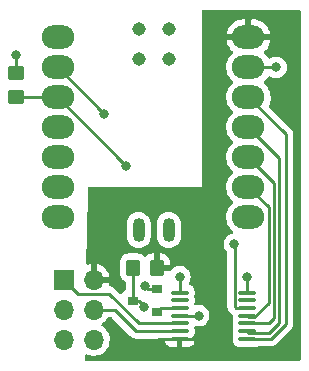
<source format=gbr>
%TF.GenerationSoftware,KiCad,Pcbnew,6.0.11-2627ca5db0~126~ubuntu22.04.1*%
%TF.CreationDate,2023-02-08T16:30:42-05:00*%
%TF.ProjectId,xiao-isp-programmer,7869616f-2d69-4737-902d-70726f677261,2.1*%
%TF.SameCoordinates,Original*%
%TF.FileFunction,Copper,L1,Top*%
%TF.FilePolarity,Positive*%
%FSLAX46Y46*%
G04 Gerber Fmt 4.6, Leading zero omitted, Abs format (unit mm)*
G04 Created by KiCad (PCBNEW 6.0.11-2627ca5db0~126~ubuntu22.04.1) date 2023-02-08 16:30:42*
%MOMM*%
%LPD*%
G01*
G04 APERTURE LIST*
G04 Aperture macros list*
%AMRoundRect*
0 Rectangle with rounded corners*
0 $1 Rounding radius*
0 $2 $3 $4 $5 $6 $7 $8 $9 X,Y pos of 4 corners*
0 Add a 4 corners polygon primitive as box body*
4,1,4,$2,$3,$4,$5,$6,$7,$8,$9,$2,$3,0*
0 Add four circle primitives for the rounded corners*
1,1,$1+$1,$2,$3*
1,1,$1+$1,$4,$5*
1,1,$1+$1,$6,$7*
1,1,$1+$1,$8,$9*
0 Add four rect primitives between the rounded corners*
20,1,$1+$1,$2,$3,$4,$5,0*
20,1,$1+$1,$4,$5,$6,$7,0*
20,1,$1+$1,$6,$7,$8,$9,0*
20,1,$1+$1,$8,$9,$2,$3,0*%
G04 Aperture macros list end*
%TA.AperFunction,SMDPad,CuDef*%
%ADD10O,2.748280X1.998980*%
%TD*%
%TA.AperFunction,SMDPad,CuDef*%
%ADD11O,1.016000X2.032000*%
%TD*%
%TA.AperFunction,SMDPad,CuDef*%
%ADD12C,1.143000*%
%TD*%
%TA.AperFunction,ComponentPad*%
%ADD13R,1.700000X1.700000*%
%TD*%
%TA.AperFunction,ComponentPad*%
%ADD14O,1.700000X1.700000*%
%TD*%
%TA.AperFunction,SMDPad,CuDef*%
%ADD15R,0.900000X0.800000*%
%TD*%
%TA.AperFunction,SMDPad,CuDef*%
%ADD16RoundRect,0.249999X0.350001X0.450001X-0.350001X0.450001X-0.350001X-0.450001X0.350001X-0.450001X0*%
%TD*%
%TA.AperFunction,SMDPad,CuDef*%
%ADD17RoundRect,0.100000X0.637500X0.100000X-0.637500X0.100000X-0.637500X-0.100000X0.637500X-0.100000X0*%
%TD*%
%TA.AperFunction,SMDPad,CuDef*%
%ADD18RoundRect,0.249999X0.450001X-0.350001X0.450001X0.350001X-0.450001X0.350001X-0.450001X-0.350001X0*%
%TD*%
%TA.AperFunction,ViaPad*%
%ADD19C,0.800000*%
%TD*%
%TA.AperFunction,Conductor*%
%ADD20C,0.250000*%
%TD*%
G04 APERTURE END LIST*
D10*
%TO.P,U1,14,5V*%
%TO.N,+5V*%
X65180681Y-147878801D03*
%TO.P,U1,13,GND*%
%TO.N,GND*%
X65180681Y-150418801D03*
%TO.P,U1,12,3V3*%
%TO.N,+3V3*%
X65180681Y-152958801D03*
%TO.P,U1,11,PA6_A10_D10_MOSI*%
%TO.N,Net-(U2-Pad2)*%
X65180681Y-155498801D03*
%TO.P,U1,10,PA5_A9_D9_MISO*%
%TO.N,Net-(U2-Pad3)*%
X65180681Y-158038801D03*
%TO.P,U1,9,PA7_A8_D8_SCK*%
%TO.N,Net-(U2-Pad4)*%
X65180681Y-160578801D03*
%TO.P,U1,8,PB09_A7_D7_RX*%
%TO.N,unconnected-(U1-Pad8)*%
X65180681Y-163118801D03*
%TO.P,U1,7,PB08_A6_D6_TX*%
%TO.N,unconnected-(U1-Pad7)*%
X49016121Y-163118801D03*
%TO.P,U1,6,PA9_A5_D5_SCL*%
%TO.N,unconnected-(U1-Pad6)*%
X49016121Y-160578801D03*
%TO.P,U1,5,PA8_A4_D4_SDA*%
%TO.N,unconnected-(U1-Pad5)*%
X49016121Y-158038801D03*
%TO.P,U1,4,PA11_A3_D3*%
%TO.N,unconnected-(U1-Pad4)*%
X49016121Y-155498801D03*
%TO.P,U1,3,PA10_A2_D2*%
%TO.N,OE*%
X49016121Y-152958801D03*
%TO.P,U1,2,PA4_A1_D1*%
%TO.N,RESET*%
X49016121Y-150418801D03*
%TO.P,U1,1,PA02_A0_D0*%
%TO.N,unconnected-(U1-Pad1)*%
X49016121Y-147878801D03*
D11*
%TO.P,U1,15,5V*%
%TO.N,unconnected-(U1-Pad15)*%
X55883001Y-164196621D03*
%TO.P,U1,16,GND*%
%TO.N,unconnected-(U1-Pad16)*%
X58433001Y-164196621D03*
D12*
%TO.P,U1,17,PA31_SWDIO*%
%TO.N,unconnected-(U1-Pad17)*%
X55881804Y-147192434D03*
%TO.P,U1,18,PA30_SWCLK*%
%TO.N,unconnected-(U1-Pad18)*%
X58421804Y-147192434D03*
%TO.P,U1,19,RESET*%
%TO.N,unconnected-(U1-Pad19)*%
X55881804Y-149732434D03*
%TO.P,U1,20,GND*%
%TO.N,unconnected-(U1-Pad20)*%
X58421804Y-149732434D03*
%TD*%
D13*
%TO.P,J1,1,Pin_1*%
%TO.N,MISO*%
X49530000Y-168402000D03*
D14*
%TO.P,J1,2,Pin_2*%
%TO.N,+5V*%
X52070000Y-168402000D03*
%TO.P,J1,3,Pin_3*%
%TO.N,SCK*%
X49530000Y-170942000D03*
%TO.P,J1,4,Pin_4*%
%TO.N,MOSI*%
X52070000Y-170942000D03*
%TO.P,J1,5,Pin_5*%
%TO.N,~{RESET}*%
X49530000Y-173482000D03*
%TO.P,J1,6,Pin_6*%
%TO.N,GND*%
X52070000Y-173482000D03*
%TD*%
D15*
%TO.P,Q1,1,B*%
%TO.N,Net-(Q1-Pad1)*%
X57404000Y-171130000D03*
%TO.P,Q1,2,E*%
%TO.N,GND*%
X57404000Y-169230000D03*
%TO.P,Q1,3,C*%
%TO.N,~{RESET}*%
X55404000Y-170180000D03*
%TD*%
D16*
%TO.P,R2,1*%
%TO.N,+5V*%
X57404000Y-167386000D03*
%TO.P,R2,2*%
%TO.N,~{RESET}*%
X55404000Y-167386000D03*
%TD*%
D17*
%TO.P,U2,1,VCCA*%
%TO.N,+3V3*%
X65092500Y-173400000D03*
%TO.P,U2,2,A1*%
%TO.N,Net-(U2-Pad2)*%
X65092500Y-172750000D03*
%TO.P,U2,3,A2*%
%TO.N,Net-(U2-Pad3)*%
X65092500Y-172100000D03*
%TO.P,U2,4,A3*%
%TO.N,Net-(U2-Pad4)*%
X65092500Y-171450000D03*
%TO.P,U2,5,A4*%
%TO.N,RESET*%
X65092500Y-170800000D03*
%TO.P,U2,6,NC*%
%TO.N,unconnected-(U2-Pad6)*%
X65092500Y-170150000D03*
%TO.P,U2,7,GND*%
%TO.N,GND*%
X65092500Y-169500000D03*
%TO.P,U2,8,OE*%
%TO.N,OE*%
X59367500Y-169500000D03*
%TO.P,U2,9,NC*%
%TO.N,unconnected-(U2-Pad9)*%
X59367500Y-170150000D03*
%TO.P,U2,10,B4*%
%TO.N,Net-(Q1-Pad1)*%
X59367500Y-170800000D03*
%TO.P,U2,11,B3*%
%TO.N,SCK*%
X59367500Y-171450000D03*
%TO.P,U2,12,B2*%
%TO.N,MISO*%
X59367500Y-172100000D03*
%TO.P,U2,13,B1*%
%TO.N,MOSI*%
X59367500Y-172750000D03*
%TO.P,U2,14,VCCB*%
%TO.N,+5V*%
X59367500Y-173400000D03*
%TD*%
D18*
%TO.P,R1,1*%
%TO.N,OE*%
X45466000Y-152908000D03*
%TO.P,R1,2*%
%TO.N,GND*%
X45466000Y-150908000D03*
%TD*%
D19*
%TO.N,GND*%
X65092500Y-168216500D03*
X45466000Y-149352000D03*
X67513199Y-150418801D03*
X56388000Y-168910000D03*
%TO.N,SCK*%
X60960000Y-171450000D03*
%TO.N,~{RESET}*%
X56355643Y-170685599D03*
%TO.N,OE*%
X54835660Y-158778340D03*
X59367500Y-168148000D03*
%TO.N,RESET*%
X52930660Y-154333340D03*
X63979660Y-165382340D03*
%TD*%
D20*
%TO.N,GND*%
X65092500Y-169500000D02*
X65092500Y-168216500D01*
X45466000Y-150908000D02*
X45466000Y-149352000D01*
X65180681Y-150418801D02*
X67513199Y-150418801D01*
X57404000Y-169230000D02*
X56708000Y-169230000D01*
X56708000Y-169230000D02*
X56388000Y-168910000D01*
%TO.N,MISO*%
X50705001Y-169577001D02*
X49530000Y-168402000D01*
X53365999Y-169577001D02*
X50705001Y-169577001D01*
X55888998Y-172100000D02*
X53365999Y-169577001D01*
X59367500Y-172100000D02*
X55888998Y-172100000D01*
%TO.N,+5V*%
X59367500Y-173400000D02*
X57486000Y-173400000D01*
X59367500Y-173400000D02*
X61386000Y-173400000D01*
%TO.N,SCK*%
X59367500Y-171450000D02*
X60960000Y-171450000D01*
%TO.N,MOSI*%
X59367500Y-172750000D02*
X55656000Y-172750000D01*
X53848000Y-170942000D02*
X52070000Y-170942000D01*
X55656000Y-172750000D02*
X53848000Y-170942000D01*
%TO.N,~{RESET}*%
X55404000Y-170180000D02*
X55404000Y-167386000D01*
X56385599Y-170685599D02*
X56355643Y-170685599D01*
X55880000Y-170180000D02*
X56385599Y-170685599D01*
X55404000Y-170180000D02*
X55880000Y-170180000D01*
%TO.N,Net-(Q1-Pad1)*%
X57734000Y-170800000D02*
X57404000Y-171130000D01*
X59367500Y-170800000D02*
X57734000Y-170800000D01*
%TO.N,+3V3*%
X68326000Y-156104120D02*
X65180681Y-152958801D01*
X68326000Y-172141468D02*
X68326000Y-156104120D01*
X67067468Y-173400000D02*
X68326000Y-172141468D01*
X65092500Y-173400000D02*
X67067468Y-173400000D01*
%TO.N,Net-(U2-Pad2)*%
X66956068Y-172874990D02*
X65217490Y-172874990D01*
X67779849Y-172051209D02*
X66956068Y-172874990D01*
X67779849Y-158097969D02*
X67779849Y-172051209D01*
X65217490Y-172874990D02*
X65092500Y-172750000D01*
X65180681Y-155498801D02*
X67779849Y-158097969D01*
%TO.N,Net-(U2-Pad3)*%
X66914000Y-172100000D02*
X65092500Y-172100000D01*
X67329840Y-171684160D02*
X66914000Y-172100000D01*
X67329840Y-160187960D02*
X67329840Y-171684160D01*
X65180681Y-158038801D02*
X67329840Y-160187960D01*
%TO.N,Net-(U2-Pad4)*%
X65217490Y-171574990D02*
X65092500Y-171450000D01*
X65656068Y-171574990D02*
X65217490Y-171574990D01*
X66879831Y-170351227D02*
X65656068Y-171574990D01*
X66879831Y-162277951D02*
X66879831Y-170351227D01*
X65180681Y-160578801D02*
X66879831Y-162277951D01*
%TO.N,OE*%
X48965320Y-152908000D02*
X49016121Y-152958801D01*
X45450000Y-152908000D02*
X48965320Y-152908000D01*
X54835660Y-158778340D02*
X49016121Y-152958801D01*
X59367500Y-169500000D02*
X59367500Y-168148000D01*
%TO.N,RESET*%
X64153962Y-170800000D02*
X65092500Y-170800000D01*
X64029990Y-170676028D02*
X64153962Y-170800000D01*
X64029990Y-165432670D02*
X64029990Y-170676028D01*
X49016121Y-150418801D02*
X52930660Y-154333340D01*
X63979660Y-165382340D02*
X64029990Y-165432670D01*
%TD*%
%TA.AperFunction,Conductor*%
%TO.N,+5V*%
G36*
X69537621Y-145562502D02*
G01*
X69584114Y-145616158D01*
X69595500Y-145668500D01*
X69595500Y-175133500D01*
X69575498Y-175201621D01*
X69521842Y-175248114D01*
X69469500Y-175259500D01*
X51444593Y-175259500D01*
X51376472Y-175239498D01*
X51329979Y-175185842D01*
X51318610Y-175131400D01*
X51323598Y-174832115D01*
X51344733Y-174764337D01*
X51399156Y-174718745D01*
X51469588Y-174709814D01*
X51494530Y-174716505D01*
X51585320Y-174751174D01*
X51689692Y-174791030D01*
X51694760Y-174792061D01*
X51694763Y-174792062D01*
X51802017Y-174813883D01*
X51908597Y-174835567D01*
X51913772Y-174835757D01*
X51913774Y-174835757D01*
X52126673Y-174843564D01*
X52126677Y-174843564D01*
X52131837Y-174843753D01*
X52136957Y-174843097D01*
X52136959Y-174843097D01*
X52348288Y-174816025D01*
X52348289Y-174816025D01*
X52353416Y-174815368D01*
X52358366Y-174813883D01*
X52562429Y-174752661D01*
X52562434Y-174752659D01*
X52567384Y-174751174D01*
X52767994Y-174652896D01*
X52949860Y-174523173D01*
X53108096Y-174365489D01*
X53238453Y-174184077D01*
X53276053Y-174108000D01*
X53335136Y-173988453D01*
X53335137Y-173988451D01*
X53337430Y-173983811D01*
X53402370Y-173770069D01*
X53431529Y-173548590D01*
X53431742Y-173539884D01*
X53433074Y-173485365D01*
X53433074Y-173485361D01*
X53433156Y-173482000D01*
X53414852Y-173259361D01*
X53360431Y-173042702D01*
X53271354Y-172837840D01*
X53150014Y-172650277D01*
X52999670Y-172485051D01*
X52995619Y-172481852D01*
X52995615Y-172481848D01*
X52828414Y-172349800D01*
X52828410Y-172349798D01*
X52824359Y-172346598D01*
X52783053Y-172323796D01*
X52733084Y-172273364D01*
X52718312Y-172203921D01*
X52743428Y-172137516D01*
X52770780Y-172110909D01*
X52937692Y-171991852D01*
X52949860Y-171983173D01*
X53108096Y-171825489D01*
X53128302Y-171797370D01*
X53235435Y-171648277D01*
X53238453Y-171644077D01*
X53240746Y-171639437D01*
X53242446Y-171636608D01*
X53294674Y-171588518D01*
X53350451Y-171575500D01*
X53533406Y-171575500D01*
X53601527Y-171595502D01*
X53622501Y-171612405D01*
X54393564Y-172383469D01*
X55152348Y-173142253D01*
X55159888Y-173150539D01*
X55164000Y-173157018D01*
X55169777Y-173162443D01*
X55213651Y-173203643D01*
X55216493Y-173206398D01*
X55236230Y-173226135D01*
X55239427Y-173228615D01*
X55248447Y-173236318D01*
X55280679Y-173266586D01*
X55287625Y-173270405D01*
X55287628Y-173270407D01*
X55298434Y-173276348D01*
X55314953Y-173287199D01*
X55330959Y-173299614D01*
X55338228Y-173302759D01*
X55338232Y-173302762D01*
X55371537Y-173317174D01*
X55382187Y-173322391D01*
X55420940Y-173343695D01*
X55428615Y-173345666D01*
X55428616Y-173345666D01*
X55440562Y-173348733D01*
X55459267Y-173355137D01*
X55477855Y-173363181D01*
X55485678Y-173364420D01*
X55485688Y-173364423D01*
X55521524Y-173370099D01*
X55533144Y-173372505D01*
X55568289Y-173381528D01*
X55575970Y-173383500D01*
X55596224Y-173383500D01*
X55615934Y-173385051D01*
X55635943Y-173388220D01*
X55643835Y-173387474D01*
X55679961Y-173384059D01*
X55691819Y-173383500D01*
X57996001Y-173383500D01*
X58064122Y-173403502D01*
X58110615Y-173457158D01*
X58122001Y-173509500D01*
X58122001Y-173535724D01*
X58122539Y-173543935D01*
X58136572Y-173650533D01*
X58140810Y-173666348D01*
X58195753Y-173798993D01*
X58203941Y-173813176D01*
X58291344Y-173927080D01*
X58302920Y-173938656D01*
X58416824Y-174026059D01*
X58431007Y-174034247D01*
X58563650Y-174089190D01*
X58579468Y-174093428D01*
X58686066Y-174107462D01*
X58694275Y-174108000D01*
X59149385Y-174108000D01*
X59164624Y-174103525D01*
X59165829Y-174102135D01*
X59167500Y-174094452D01*
X59167500Y-173584500D01*
X59187502Y-173516379D01*
X59241158Y-173469886D01*
X59293500Y-173458500D01*
X59444872Y-173458500D01*
X59512993Y-173478502D01*
X59559486Y-173532158D01*
X59569590Y-173602432D01*
X59567992Y-173611285D01*
X59567500Y-173613547D01*
X59567500Y-174089884D01*
X59571975Y-174105123D01*
X59573365Y-174106328D01*
X59581048Y-174107999D01*
X60040723Y-174107999D01*
X60048935Y-174107461D01*
X60155533Y-174093428D01*
X60171348Y-174089190D01*
X60303993Y-174034247D01*
X60318176Y-174026059D01*
X60432080Y-173938656D01*
X60443656Y-173927080D01*
X60531059Y-173813176D01*
X60539247Y-173798993D01*
X60594189Y-173666351D01*
X60598428Y-173650531D01*
X60602716Y-173617960D01*
X60600505Y-173603778D01*
X60587348Y-173600000D01*
X60398337Y-173600000D01*
X60330216Y-173579998D01*
X60283723Y-173526342D01*
X60273619Y-173456068D01*
X60303113Y-173391488D01*
X60321632Y-173374038D01*
X60432436Y-173289014D01*
X60432437Y-173289013D01*
X60438987Y-173283987D01*
X60465608Y-173249295D01*
X60522946Y-173207428D01*
X60565569Y-173200000D01*
X60586965Y-173200000D01*
X60600736Y-173195956D01*
X60602765Y-173182417D01*
X60598428Y-173149467D01*
X60594190Y-173133652D01*
X60590140Y-173123874D01*
X60582550Y-173053285D01*
X60590140Y-173027434D01*
X60594678Y-173016479D01*
X60594678Y-173016478D01*
X60597838Y-173008850D01*
X60613500Y-172889885D01*
X60613499Y-172610116D01*
X60597838Y-172491150D01*
X60596117Y-172486994D01*
X60597765Y-172417762D01*
X60637559Y-172358966D01*
X60702823Y-172331018D01*
X60743979Y-172332880D01*
X60858056Y-172357128D01*
X60858061Y-172357128D01*
X60864513Y-172358500D01*
X61055487Y-172358500D01*
X61061939Y-172357128D01*
X61061944Y-172357128D01*
X61150981Y-172338202D01*
X61242288Y-172318794D01*
X61312758Y-172287419D01*
X61410722Y-172243803D01*
X61410724Y-172243802D01*
X61416752Y-172241118D01*
X61424126Y-172235761D01*
X61472157Y-172200864D01*
X61571253Y-172128866D01*
X61581481Y-172117507D01*
X61694621Y-171991852D01*
X61694622Y-171991851D01*
X61699040Y-171986944D01*
X61778487Y-171849338D01*
X61791223Y-171827279D01*
X61791224Y-171827278D01*
X61794527Y-171821556D01*
X61853542Y-171639928D01*
X61858946Y-171588518D01*
X61872814Y-171456565D01*
X61873504Y-171450000D01*
X61862953Y-171349614D01*
X61854232Y-171266635D01*
X61854232Y-171266633D01*
X61853542Y-171260072D01*
X61794527Y-171078444D01*
X61784204Y-171060563D01*
X61757314Y-171013990D01*
X61699040Y-170913056D01*
X61593073Y-170795367D01*
X61575675Y-170776045D01*
X61575674Y-170776044D01*
X61571253Y-170771134D01*
X61416752Y-170658882D01*
X61410724Y-170656198D01*
X61410722Y-170656197D01*
X61248319Y-170583891D01*
X61248318Y-170583891D01*
X61242288Y-170581206D01*
X61148887Y-170561353D01*
X61061944Y-170542872D01*
X61061939Y-170542872D01*
X61055487Y-170541500D01*
X60864513Y-170541500D01*
X60858061Y-170542872D01*
X60858056Y-170542872D01*
X60743979Y-170567120D01*
X60673188Y-170561718D01*
X60616555Y-170518901D01*
X60592062Y-170452263D01*
X60595840Y-170413675D01*
X60597838Y-170408850D01*
X60613500Y-170289885D01*
X60613499Y-170010116D01*
X60597838Y-169891150D01*
X60590411Y-169873219D01*
X60582821Y-169802630D01*
X60590411Y-169776780D01*
X60594678Y-169766480D01*
X60594679Y-169766477D01*
X60597838Y-169758850D01*
X60613500Y-169639885D01*
X60613499Y-169360116D01*
X60609454Y-169329385D01*
X60598916Y-169249337D01*
X60598916Y-169249335D01*
X60597838Y-169241150D01*
X60566113Y-169164558D01*
X60539684Y-169100752D01*
X60539683Y-169100750D01*
X60536524Y-169093124D01*
X60508493Y-169056594D01*
X60444014Y-168972564D01*
X60444013Y-168972563D01*
X60438987Y-168966013D01*
X60432437Y-168960987D01*
X60432434Y-168960984D01*
X60350889Y-168898413D01*
X60311875Y-168868476D01*
X60193395Y-168819400D01*
X60138114Y-168774852D01*
X60115693Y-168707488D01*
X60132494Y-168639991D01*
X60198723Y-168525279D01*
X60198724Y-168525278D01*
X60202027Y-168519556D01*
X60261042Y-168337928D01*
X60262822Y-168320997D01*
X60280314Y-168154565D01*
X60281004Y-168148000D01*
X60265915Y-168004435D01*
X60261732Y-167964635D01*
X60261732Y-167964633D01*
X60261042Y-167958072D01*
X60202027Y-167776444D01*
X60194716Y-167763780D01*
X60149390Y-167685274D01*
X60106540Y-167611056D01*
X60074009Y-167574926D01*
X59983175Y-167474045D01*
X59983174Y-167474044D01*
X59978753Y-167469134D01*
X59824252Y-167356882D01*
X59818224Y-167354198D01*
X59818222Y-167354197D01*
X59655819Y-167281891D01*
X59655818Y-167281891D01*
X59649788Y-167279206D01*
X59556388Y-167259353D01*
X59469444Y-167240872D01*
X59469439Y-167240872D01*
X59462987Y-167239500D01*
X59272013Y-167239500D01*
X59265561Y-167240872D01*
X59265556Y-167240872D01*
X59178612Y-167259353D01*
X59085212Y-167279206D01*
X59079182Y-167281891D01*
X59079181Y-167281891D01*
X58916778Y-167354197D01*
X58916776Y-167354198D01*
X58910748Y-167356882D01*
X58756247Y-167469134D01*
X58751826Y-167474044D01*
X58751825Y-167474045D01*
X58634319Y-167604549D01*
X58573873Y-167641789D01*
X58513902Y-167643360D01*
X58498455Y-167640000D01*
X57276000Y-167640000D01*
X57207879Y-167619998D01*
X57161386Y-167566342D01*
X57150000Y-167514000D01*
X57150000Y-167113885D01*
X57658000Y-167113885D01*
X57662475Y-167129124D01*
X57663865Y-167130329D01*
X57671548Y-167132000D01*
X58493885Y-167132000D01*
X58509124Y-167127525D01*
X58510329Y-167126135D01*
X58512000Y-167118452D01*
X58512000Y-166888902D01*
X58511663Y-166882387D01*
X58501744Y-166786795D01*
X58498850Y-166773396D01*
X58447412Y-166619215D01*
X58441238Y-166606036D01*
X58355937Y-166468190D01*
X58346901Y-166456791D01*
X58232172Y-166342262D01*
X58220761Y-166333250D01*
X58082758Y-166248184D01*
X58069577Y-166242037D01*
X57915291Y-166190862D01*
X57901915Y-166187995D01*
X57807563Y-166178328D01*
X57801146Y-166178000D01*
X57676115Y-166178000D01*
X57660876Y-166182475D01*
X57659671Y-166183865D01*
X57658000Y-166191548D01*
X57658000Y-167113885D01*
X57150000Y-167113885D01*
X57150000Y-166196115D01*
X57145525Y-166180876D01*
X57144135Y-166179671D01*
X57136452Y-166178000D01*
X57006902Y-166178000D01*
X57000387Y-166178337D01*
X56904795Y-166188256D01*
X56891396Y-166191150D01*
X56737215Y-166242588D01*
X56724036Y-166248762D01*
X56586190Y-166334063D01*
X56574795Y-166343095D01*
X56493570Y-166424462D01*
X56431288Y-166458541D01*
X56360468Y-166453538D01*
X56315380Y-166424617D01*
X56233323Y-166342703D01*
X56227303Y-166336694D01*
X56083903Y-166248301D01*
X56082969Y-166247725D01*
X56082967Y-166247724D01*
X56076739Y-166243885D01*
X55996996Y-166217436D01*
X55915390Y-166190368D01*
X55915388Y-166190368D01*
X55908862Y-166188203D01*
X55902026Y-166187503D01*
X55902023Y-166187502D01*
X55858970Y-166183091D01*
X55804401Y-166177500D01*
X55407088Y-166177500D01*
X55003600Y-166177501D01*
X54897833Y-166188474D01*
X54889812Y-166191150D01*
X54736998Y-166242133D01*
X54736996Y-166242134D01*
X54730054Y-166244450D01*
X54579651Y-166337521D01*
X54454694Y-166462697D01*
X54450854Y-166468927D01*
X54366339Y-166606036D01*
X54361885Y-166613261D01*
X54306203Y-166781138D01*
X54295500Y-166885599D01*
X54295501Y-167886400D01*
X54306474Y-167992167D01*
X54308658Y-167998713D01*
X54354110Y-168134947D01*
X54362450Y-168159946D01*
X54455521Y-168310349D01*
X54460703Y-168315522D01*
X54473458Y-168328255D01*
X54580697Y-168435306D01*
X54586927Y-168439146D01*
X54710616Y-168515389D01*
X54758109Y-168568161D01*
X54770500Y-168622649D01*
X54770500Y-169221567D01*
X54750498Y-169289688D01*
X54708322Y-169329000D01*
X54707295Y-169329385D01*
X54590739Y-169416739D01*
X54503385Y-169533295D01*
X54500233Y-169541704D01*
X54500231Y-169541707D01*
X54494319Y-169557476D01*
X54451677Y-169614240D01*
X54385115Y-169638939D01*
X54315767Y-169623731D01*
X54287243Y-169602340D01*
X53869651Y-169184748D01*
X53862111Y-169176462D01*
X53857999Y-169169983D01*
X53808347Y-169123357D01*
X53805506Y-169120603D01*
X53785769Y-169100866D01*
X53782572Y-169098386D01*
X53773550Y-169090681D01*
X53741320Y-169060415D01*
X53734374Y-169056596D01*
X53734371Y-169056594D01*
X53723565Y-169050653D01*
X53707046Y-169039802D01*
X53706582Y-169039442D01*
X53691040Y-169027387D01*
X53683771Y-169024242D01*
X53683767Y-169024239D01*
X53650462Y-169009827D01*
X53639812Y-169004610D01*
X53601059Y-168983306D01*
X53581436Y-168978268D01*
X53562733Y-168971864D01*
X53551419Y-168966968D01*
X53551418Y-168966968D01*
X53544144Y-168963820D01*
X53536321Y-168962581D01*
X53536311Y-168962578D01*
X53500475Y-168956902D01*
X53488856Y-168954496D01*
X53461107Y-168947372D01*
X53400100Y-168911059D01*
X53368410Y-168847528D01*
X53371881Y-168788701D01*
X53400377Y-168694910D01*
X53402555Y-168684837D01*
X53403986Y-168673962D01*
X53401775Y-168659778D01*
X53388617Y-168656000D01*
X51942000Y-168656000D01*
X51873879Y-168635998D01*
X51827386Y-168582342D01*
X51816000Y-168530000D01*
X51816000Y-168129885D01*
X52324000Y-168129885D01*
X52328475Y-168145124D01*
X52329865Y-168146329D01*
X52337548Y-168148000D01*
X53388344Y-168148000D01*
X53401875Y-168144027D01*
X53403180Y-168134947D01*
X53361214Y-167967875D01*
X53357894Y-167958124D01*
X53272972Y-167762814D01*
X53268105Y-167753739D01*
X53152426Y-167574926D01*
X53146136Y-167566757D01*
X53002806Y-167409240D01*
X52995273Y-167402215D01*
X52828139Y-167270222D01*
X52819552Y-167264517D01*
X52633117Y-167161599D01*
X52623705Y-167157369D01*
X52422959Y-167086280D01*
X52412988Y-167083646D01*
X52341837Y-167070972D01*
X52328540Y-167072432D01*
X52324000Y-167086989D01*
X52324000Y-168129885D01*
X51816000Y-168129885D01*
X51816000Y-167085102D01*
X51812082Y-167071758D01*
X51797806Y-167069771D01*
X51759324Y-167075660D01*
X51749288Y-167078051D01*
X51619283Y-167120543D01*
X51548319Y-167122694D01*
X51487457Y-167086138D01*
X51456021Y-167022480D01*
X51454155Y-166998678D01*
X51456094Y-166882387D01*
X51491554Y-164754778D01*
X54866501Y-164754778D01*
X54866801Y-164757834D01*
X54866801Y-164757841D01*
X54868297Y-164773095D01*
X54881036Y-164903015D01*
X54882817Y-164908914D01*
X54882818Y-164908919D01*
X54936759Y-165087578D01*
X54938653Y-165093853D01*
X55032240Y-165269865D01*
X55036130Y-165274635D01*
X55036133Y-165274639D01*
X55154338Y-165419572D01*
X55154341Y-165419575D01*
X55158233Y-165424347D01*
X55311831Y-165551415D01*
X55487186Y-165646229D01*
X55677616Y-165705177D01*
X55683741Y-165705821D01*
X55683742Y-165705821D01*
X55869741Y-165725370D01*
X55869743Y-165725370D01*
X55875870Y-165726014D01*
X55998749Y-165714831D01*
X56068255Y-165708506D01*
X56068256Y-165708506D01*
X56074396Y-165707947D01*
X56080310Y-165706206D01*
X56080312Y-165706206D01*
X56259712Y-165653405D01*
X56259711Y-165653405D01*
X56265631Y-165651663D01*
X56442292Y-165559307D01*
X56448464Y-165554345D01*
X56592850Y-165438255D01*
X56597650Y-165434396D01*
X56725787Y-165281688D01*
X56821822Y-165107000D01*
X56827864Y-165087954D01*
X56880235Y-164922863D01*
X56880236Y-164922860D01*
X56882099Y-164916986D01*
X56899501Y-164761837D01*
X56899501Y-164754778D01*
X57416501Y-164754778D01*
X57416801Y-164757834D01*
X57416801Y-164757841D01*
X57418297Y-164773095D01*
X57431036Y-164903015D01*
X57432817Y-164908914D01*
X57432818Y-164908919D01*
X57486759Y-165087578D01*
X57488653Y-165093853D01*
X57582240Y-165269865D01*
X57586130Y-165274635D01*
X57586133Y-165274639D01*
X57704338Y-165419572D01*
X57704341Y-165419575D01*
X57708233Y-165424347D01*
X57861831Y-165551415D01*
X58037186Y-165646229D01*
X58227616Y-165705177D01*
X58233741Y-165705821D01*
X58233742Y-165705821D01*
X58419741Y-165725370D01*
X58419743Y-165725370D01*
X58425870Y-165726014D01*
X58548749Y-165714831D01*
X58618255Y-165708506D01*
X58618256Y-165708506D01*
X58624396Y-165707947D01*
X58630310Y-165706206D01*
X58630312Y-165706206D01*
X58809712Y-165653405D01*
X58809711Y-165653405D01*
X58815631Y-165651663D01*
X58992292Y-165559307D01*
X58998464Y-165554345D01*
X59142850Y-165438255D01*
X59147650Y-165434396D01*
X59191330Y-165382340D01*
X63066156Y-165382340D01*
X63086118Y-165572268D01*
X63145133Y-165753896D01*
X63240620Y-165919284D01*
X63364128Y-166056453D01*
X63394843Y-166120458D01*
X63396490Y-166140761D01*
X63396490Y-170597261D01*
X63395963Y-170608444D01*
X63394288Y-170615937D01*
X63394537Y-170623863D01*
X63394537Y-170623864D01*
X63396428Y-170684014D01*
X63396490Y-170687973D01*
X63396490Y-170715884D01*
X63396987Y-170719818D01*
X63396987Y-170719819D01*
X63396995Y-170719884D01*
X63397928Y-170731721D01*
X63399317Y-170775917D01*
X63404968Y-170795367D01*
X63408977Y-170814728D01*
X63411516Y-170834825D01*
X63414435Y-170842196D01*
X63414435Y-170842198D01*
X63427794Y-170875940D01*
X63431639Y-170887170D01*
X63440821Y-170918774D01*
X63443972Y-170929621D01*
X63448005Y-170936440D01*
X63448007Y-170936445D01*
X63454283Y-170947056D01*
X63462978Y-170964804D01*
X63470438Y-170983645D01*
X63475100Y-170990061D01*
X63475100Y-170990062D01*
X63496426Y-171019415D01*
X63502942Y-171029335D01*
X63525448Y-171067390D01*
X63539772Y-171081714D01*
X63552607Y-171096741D01*
X63564518Y-171113135D01*
X63570626Y-171118188D01*
X63570628Y-171118190D01*
X63598588Y-171141320D01*
X63607368Y-171149310D01*
X63650309Y-171192251D01*
X63657852Y-171200540D01*
X63661962Y-171207018D01*
X63667737Y-171212441D01*
X63711598Y-171253628D01*
X63714442Y-171256384D01*
X63734192Y-171276135D01*
X63737389Y-171278615D01*
X63746409Y-171286318D01*
X63778641Y-171316586D01*
X63785587Y-171320405D01*
X63792001Y-171325065D01*
X63790411Y-171327253D01*
X63831269Y-171368357D01*
X63846500Y-171428408D01*
X63846501Y-171589884D01*
X63847039Y-171593969D01*
X63847039Y-171593973D01*
X63852225Y-171633365D01*
X63862162Y-171708850D01*
X63865322Y-171716478D01*
X63869589Y-171726780D01*
X63877179Y-171797370D01*
X63869589Y-171823220D01*
X63867908Y-171827279D01*
X63862162Y-171841150D01*
X63846500Y-171960115D01*
X63846501Y-172239884D01*
X63847039Y-172243969D01*
X63847039Y-172243973D01*
X63861084Y-172350663D01*
X63862162Y-172358850D01*
X63869589Y-172376780D01*
X63877179Y-172447370D01*
X63869589Y-172473220D01*
X63865739Y-172482515D01*
X63862162Y-172491150D01*
X63861084Y-172499338D01*
X63861084Y-172499342D01*
X63846500Y-172610115D01*
X63846501Y-172889884D01*
X63862162Y-173008850D01*
X63865322Y-173016478D01*
X63869589Y-173026780D01*
X63877179Y-173097370D01*
X63869590Y-173123218D01*
X63862162Y-173141150D01*
X63861084Y-173149338D01*
X63850974Y-173226135D01*
X63846500Y-173260115D01*
X63846501Y-173539884D01*
X63847039Y-173543969D01*
X63847039Y-173543973D01*
X63852374Y-173584500D01*
X63862162Y-173658850D01*
X63865322Y-173666478D01*
X63920211Y-173798993D01*
X63923476Y-173806876D01*
X63928502Y-173813426D01*
X63982048Y-173883207D01*
X64021013Y-173933987D01*
X64027563Y-173939013D01*
X64027566Y-173939016D01*
X64075383Y-173975707D01*
X64148125Y-174031524D01*
X64296150Y-174092838D01*
X64304338Y-174093916D01*
X64411021Y-174107961D01*
X64415115Y-174108500D01*
X65092417Y-174108500D01*
X65769884Y-174108499D01*
X65773969Y-174107961D01*
X65773973Y-174107961D01*
X65880663Y-174093916D01*
X65880665Y-174093916D01*
X65888850Y-174092838D01*
X66008950Y-174043091D01*
X66057168Y-174033500D01*
X66988701Y-174033500D01*
X66999884Y-174034027D01*
X67007377Y-174035702D01*
X67015303Y-174035453D01*
X67015304Y-174035453D01*
X67075454Y-174033562D01*
X67079413Y-174033500D01*
X67107324Y-174033500D01*
X67111259Y-174033003D01*
X67111324Y-174032995D01*
X67123161Y-174032062D01*
X67155419Y-174031048D01*
X67159438Y-174030922D01*
X67167357Y-174030673D01*
X67186811Y-174025021D01*
X67206168Y-174021013D01*
X67218398Y-174019468D01*
X67218399Y-174019468D01*
X67226265Y-174018474D01*
X67233636Y-174015555D01*
X67233638Y-174015555D01*
X67267380Y-174002196D01*
X67278610Y-173998351D01*
X67313451Y-173988229D01*
X67313452Y-173988229D01*
X67321061Y-173986018D01*
X67327880Y-173981985D01*
X67327885Y-173981983D01*
X67338496Y-173975707D01*
X67356244Y-173967012D01*
X67375085Y-173959552D01*
X67410855Y-173933564D01*
X67420775Y-173927048D01*
X67452003Y-173908580D01*
X67452006Y-173908578D01*
X67458830Y-173904542D01*
X67473151Y-173890221D01*
X67488185Y-173877380D01*
X67498162Y-173870131D01*
X67504575Y-173865472D01*
X67532766Y-173831395D01*
X67540756Y-173822616D01*
X68718253Y-172645120D01*
X68726539Y-172637580D01*
X68733018Y-172633468D01*
X68779644Y-172583816D01*
X68782398Y-172580975D01*
X68802135Y-172561238D01*
X68804615Y-172558041D01*
X68812320Y-172549019D01*
X68837159Y-172522568D01*
X68842586Y-172516789D01*
X68846405Y-172509843D01*
X68846407Y-172509840D01*
X68852348Y-172499034D01*
X68863199Y-172482515D01*
X68863716Y-172481848D01*
X68875614Y-172466509D01*
X68878759Y-172459240D01*
X68878762Y-172459236D01*
X68893174Y-172425931D01*
X68898391Y-172415281D01*
X68919695Y-172376528D01*
X68924733Y-172356905D01*
X68931137Y-172338202D01*
X68936033Y-172326888D01*
X68936033Y-172326887D01*
X68939181Y-172319613D01*
X68940420Y-172311790D01*
X68940423Y-172311780D01*
X68946099Y-172275944D01*
X68948505Y-172264324D01*
X68957528Y-172229179D01*
X68957528Y-172229178D01*
X68959500Y-172221498D01*
X68959500Y-172201244D01*
X68961051Y-172181533D01*
X68962980Y-172169354D01*
X68964220Y-172161525D01*
X68960059Y-172117506D01*
X68959500Y-172105649D01*
X68959500Y-156182887D01*
X68960027Y-156171704D01*
X68961702Y-156164211D01*
X68959562Y-156096120D01*
X68959500Y-156092163D01*
X68959500Y-156064264D01*
X68958996Y-156060273D01*
X68958063Y-156048431D01*
X68956923Y-156012156D01*
X68956674Y-156004231D01*
X68954462Y-155996617D01*
X68954461Y-155996612D01*
X68951023Y-155984779D01*
X68947012Y-155965415D01*
X68945467Y-155953184D01*
X68944474Y-155945323D01*
X68941557Y-155937956D01*
X68941556Y-155937951D01*
X68928198Y-155904212D01*
X68924354Y-155892985D01*
X68914230Y-155858142D01*
X68912018Y-155850527D01*
X68901707Y-155833092D01*
X68893012Y-155815344D01*
X68885552Y-155796503D01*
X68859564Y-155760733D01*
X68853048Y-155750813D01*
X68834580Y-155719585D01*
X68834578Y-155719582D01*
X68830542Y-155712758D01*
X68816221Y-155698437D01*
X68803380Y-155683403D01*
X68796131Y-155673426D01*
X68791472Y-155667013D01*
X68757395Y-155638822D01*
X68748616Y-155630832D01*
X66918635Y-153800850D01*
X66884609Y-153738538D01*
X66889674Y-153667722D01*
X66898827Y-153648382D01*
X66919710Y-153612502D01*
X66966452Y-153490736D01*
X67004858Y-153390683D01*
X67004859Y-153390680D01*
X67006673Y-153385954D01*
X67056297Y-153148417D01*
X67060372Y-153058690D01*
X67067075Y-152911056D01*
X67067305Y-152906002D01*
X67066462Y-152898710D01*
X67039996Y-152669978D01*
X67039414Y-152664945D01*
X67003099Y-152536608D01*
X66974719Y-152436317D01*
X66974718Y-152436315D01*
X66973341Y-152431448D01*
X66971207Y-152426873D01*
X66971205Y-152426866D01*
X66872923Y-152216100D01*
X66872921Y-152216096D01*
X66870786Y-152211518D01*
X66867944Y-152207336D01*
X66737234Y-152015002D01*
X66737231Y-152014998D01*
X66734388Y-152010815D01*
X66567656Y-151834500D01*
X66508618Y-151789362D01*
X66466652Y-151732100D01*
X66462307Y-151661236D01*
X66501824Y-151594754D01*
X66639820Y-151473095D01*
X66639823Y-151473092D01*
X66643617Y-151469747D01*
X66797644Y-151282231D01*
X66833994Y-151219776D01*
X66885545Y-151170966D01*
X66955305Y-151157773D01*
X67016951Y-151181223D01*
X67056447Y-151209919D01*
X67062475Y-151212603D01*
X67062477Y-151212604D01*
X67209068Y-151277870D01*
X67230911Y-151287595D01*
X67324311Y-151307448D01*
X67411255Y-151325929D01*
X67411260Y-151325929D01*
X67417712Y-151327301D01*
X67608686Y-151327301D01*
X67615138Y-151325929D01*
X67615143Y-151325929D01*
X67702087Y-151307448D01*
X67795487Y-151287595D01*
X67817330Y-151277870D01*
X67963921Y-151212604D01*
X67963923Y-151212603D01*
X67969951Y-151209919D01*
X68009448Y-151181223D01*
X68036591Y-151161502D01*
X68124452Y-151097667D01*
X68252239Y-150955745D01*
X68347726Y-150790357D01*
X68406741Y-150608729D01*
X68426703Y-150418801D01*
X68419133Y-150346773D01*
X68407431Y-150235436D01*
X68407431Y-150235434D01*
X68406741Y-150228873D01*
X68347726Y-150047245D01*
X68252239Y-149881857D01*
X68168810Y-149789199D01*
X68128874Y-149744846D01*
X68128873Y-149744845D01*
X68124452Y-149739935D01*
X67969951Y-149627683D01*
X67963923Y-149624999D01*
X67963921Y-149624998D01*
X67801518Y-149552692D01*
X67801517Y-149552692D01*
X67795487Y-149550007D01*
X67702086Y-149530154D01*
X67615143Y-149511673D01*
X67615138Y-149511673D01*
X67608686Y-149510301D01*
X67417712Y-149510301D01*
X67411260Y-149511673D01*
X67411255Y-149511673D01*
X67324312Y-149530154D01*
X67230911Y-149550007D01*
X67224881Y-149552692D01*
X67224880Y-149552692D01*
X67062477Y-149624998D01*
X67062475Y-149624999D01*
X67056447Y-149627683D01*
X67051106Y-149631563D01*
X67051105Y-149631564D01*
X67017403Y-149656050D01*
X66950535Y-149679909D01*
X66881383Y-149663828D01*
X66839130Y-149624937D01*
X66737234Y-149475003D01*
X66734388Y-149470815D01*
X66567656Y-149294500D01*
X66508215Y-149249054D01*
X66466247Y-149191790D01*
X66461902Y-149120926D01*
X66501419Y-149054444D01*
X66639463Y-148932742D01*
X66646466Y-148925490D01*
X66794020Y-148745855D01*
X66799774Y-148737577D01*
X66916713Y-148536656D01*
X66921070Y-148527561D01*
X67004380Y-148310533D01*
X67007227Y-148300861D01*
X67038631Y-148150537D01*
X67037508Y-148136476D01*
X67027400Y-148132801D01*
X63335955Y-148132801D01*
X63321869Y-148136937D01*
X63319820Y-148149915D01*
X63321858Y-148167528D01*
X63323820Y-148177436D01*
X63387113Y-148401110D01*
X63390627Y-148410561D01*
X63488875Y-148621254D01*
X63493854Y-148630018D01*
X63624517Y-148822282D01*
X63630849Y-148830157D01*
X63790560Y-148999047D01*
X63798063Y-149005803D01*
X63853125Y-149047901D01*
X63895092Y-149105166D01*
X63899437Y-149176030D01*
X63859920Y-149242511D01*
X63721542Y-149364507D01*
X63721539Y-149364510D01*
X63717745Y-149367855D01*
X63563718Y-149555371D01*
X63441652Y-149765100D01*
X63439838Y-149769826D01*
X63439836Y-149769830D01*
X63389060Y-149902107D01*
X63354689Y-149991648D01*
X63305065Y-150229185D01*
X63294057Y-150471600D01*
X63321948Y-150712657D01*
X63323327Y-150717531D01*
X63323328Y-150717535D01*
X63349539Y-150810163D01*
X63388021Y-150946154D01*
X63390155Y-150950729D01*
X63390157Y-150950736D01*
X63488439Y-151161502D01*
X63490576Y-151166084D01*
X63493418Y-151170265D01*
X63493418Y-151170266D01*
X63624128Y-151362600D01*
X63624131Y-151362604D01*
X63626974Y-151366787D01*
X63793706Y-151543102D01*
X63852744Y-151588240D01*
X63894710Y-151645502D01*
X63899055Y-151716366D01*
X63859538Y-151782848D01*
X63721542Y-151904507D01*
X63721539Y-151904510D01*
X63717745Y-151907855D01*
X63563718Y-152095371D01*
X63441652Y-152305100D01*
X63439838Y-152309826D01*
X63439836Y-152309830D01*
X63393152Y-152431448D01*
X63354689Y-152531648D01*
X63305065Y-152769185D01*
X63294057Y-153011600D01*
X63321948Y-153252657D01*
X63323327Y-153257531D01*
X63323328Y-153257535D01*
X63386643Y-153481285D01*
X63388021Y-153486154D01*
X63390155Y-153490729D01*
X63390157Y-153490736D01*
X63488439Y-153701502D01*
X63490576Y-153706084D01*
X63493418Y-153710265D01*
X63493418Y-153710266D01*
X63624128Y-153902600D01*
X63624131Y-153902604D01*
X63626974Y-153906787D01*
X63793706Y-154083102D01*
X63852744Y-154128240D01*
X63894710Y-154185502D01*
X63899055Y-154256366D01*
X63859538Y-154322848D01*
X63721542Y-154444507D01*
X63721539Y-154444510D01*
X63717745Y-154447855D01*
X63563718Y-154635371D01*
X63441652Y-154845100D01*
X63354689Y-155071648D01*
X63305065Y-155309185D01*
X63294057Y-155551600D01*
X63321948Y-155792657D01*
X63323327Y-155797531D01*
X63323328Y-155797535D01*
X63373618Y-155975254D01*
X63388021Y-156026154D01*
X63390155Y-156030729D01*
X63390157Y-156030736D01*
X63463664Y-156188372D01*
X63490576Y-156246084D01*
X63493418Y-156250265D01*
X63493418Y-156250266D01*
X63624128Y-156442600D01*
X63624131Y-156442604D01*
X63626974Y-156446787D01*
X63793706Y-156623102D01*
X63852744Y-156668240D01*
X63894710Y-156725502D01*
X63899055Y-156796366D01*
X63859538Y-156862848D01*
X63721542Y-156984507D01*
X63721539Y-156984510D01*
X63717745Y-156987855D01*
X63563718Y-157175371D01*
X63441652Y-157385100D01*
X63354689Y-157611648D01*
X63305065Y-157849185D01*
X63294057Y-158091600D01*
X63321948Y-158332657D01*
X63388021Y-158566154D01*
X63390155Y-158570729D01*
X63390157Y-158570736D01*
X63446938Y-158692502D01*
X63490576Y-158786084D01*
X63493418Y-158790265D01*
X63493418Y-158790266D01*
X63624128Y-158982600D01*
X63624131Y-158982604D01*
X63626974Y-158986787D01*
X63793706Y-159163102D01*
X63852744Y-159208240D01*
X63894710Y-159265502D01*
X63899055Y-159336366D01*
X63859538Y-159402848D01*
X63721542Y-159524507D01*
X63721539Y-159524510D01*
X63717745Y-159527855D01*
X63563718Y-159715371D01*
X63441652Y-159925100D01*
X63354689Y-160151648D01*
X63305065Y-160389185D01*
X63294057Y-160631600D01*
X63321948Y-160872657D01*
X63388021Y-161106154D01*
X63390155Y-161110729D01*
X63390157Y-161110736D01*
X63488439Y-161321502D01*
X63490576Y-161326084D01*
X63493418Y-161330265D01*
X63493418Y-161330266D01*
X63624128Y-161522600D01*
X63624131Y-161522604D01*
X63626974Y-161526787D01*
X63793706Y-161703102D01*
X63852744Y-161748240D01*
X63894710Y-161805502D01*
X63899055Y-161876366D01*
X63859538Y-161942848D01*
X63721542Y-162064507D01*
X63721539Y-162064510D01*
X63717745Y-162067855D01*
X63563718Y-162255371D01*
X63441652Y-162465100D01*
X63439838Y-162469826D01*
X63439836Y-162469830D01*
X63356504Y-162686919D01*
X63354689Y-162691648D01*
X63305065Y-162929185D01*
X63304836Y-162934234D01*
X63304835Y-162934240D01*
X63303045Y-162973670D01*
X63294057Y-163171600D01*
X63321948Y-163412657D01*
X63323327Y-163417531D01*
X63323328Y-163417535D01*
X63342227Y-163484323D01*
X63388021Y-163646154D01*
X63390155Y-163650729D01*
X63390157Y-163650736D01*
X63488439Y-163861502D01*
X63490576Y-163866084D01*
X63493418Y-163870265D01*
X63493418Y-163870266D01*
X63624128Y-164062600D01*
X63624131Y-164062604D01*
X63626974Y-164066787D01*
X63793706Y-164243102D01*
X63831905Y-164272307D01*
X63873871Y-164329571D01*
X63878216Y-164400434D01*
X63843560Y-164462398D01*
X63781571Y-164495649D01*
X63697372Y-164513546D01*
X63691342Y-164516231D01*
X63691341Y-164516231D01*
X63528938Y-164588537D01*
X63528936Y-164588538D01*
X63522908Y-164591222D01*
X63368407Y-164703474D01*
X63363986Y-164708384D01*
X63363985Y-164708385D01*
X63312704Y-164765339D01*
X63240620Y-164845396D01*
X63145133Y-165010784D01*
X63086118Y-165192412D01*
X63066156Y-165382340D01*
X59191330Y-165382340D01*
X59275787Y-165281688D01*
X59371822Y-165107000D01*
X59377864Y-165087954D01*
X59430235Y-164922863D01*
X59430236Y-164922860D01*
X59432099Y-164916986D01*
X59449501Y-164761837D01*
X59449501Y-163638464D01*
X59449155Y-163634930D01*
X59435567Y-163496361D01*
X59434966Y-163490227D01*
X59433185Y-163484328D01*
X59433184Y-163484323D01*
X59379130Y-163305288D01*
X59377349Y-163299389D01*
X59309403Y-163171600D01*
X59286656Y-163128819D01*
X59286654Y-163128816D01*
X59283762Y-163123377D01*
X59279872Y-163118607D01*
X59279869Y-163118603D01*
X59161664Y-162973670D01*
X59161661Y-162973667D01*
X59157769Y-162968895D01*
X59004171Y-162841827D01*
X58828816Y-162747013D01*
X58638386Y-162688065D01*
X58632261Y-162687421D01*
X58632260Y-162687421D01*
X58446261Y-162667872D01*
X58446259Y-162667872D01*
X58440132Y-162667228D01*
X58317253Y-162678411D01*
X58247747Y-162684736D01*
X58247746Y-162684736D01*
X58241606Y-162685295D01*
X58235692Y-162687036D01*
X58235690Y-162687036D01*
X58203168Y-162696608D01*
X58050371Y-162741579D01*
X57873710Y-162833935D01*
X57868910Y-162837795D01*
X57868909Y-162837795D01*
X57863894Y-162841827D01*
X57718352Y-162958846D01*
X57590215Y-163111554D01*
X57494180Y-163286242D01*
X57492319Y-163292109D01*
X57492318Y-163292111D01*
X57452531Y-163417535D01*
X57433903Y-163476256D01*
X57416501Y-163631405D01*
X57416501Y-164754778D01*
X56899501Y-164754778D01*
X56899501Y-163638464D01*
X56899155Y-163634930D01*
X56885567Y-163496361D01*
X56884966Y-163490227D01*
X56883185Y-163484328D01*
X56883184Y-163484323D01*
X56829130Y-163305288D01*
X56827349Y-163299389D01*
X56759403Y-163171600D01*
X56736656Y-163128819D01*
X56736654Y-163128816D01*
X56733762Y-163123377D01*
X56729872Y-163118607D01*
X56729869Y-163118603D01*
X56611664Y-162973670D01*
X56611661Y-162973667D01*
X56607769Y-162968895D01*
X56454171Y-162841827D01*
X56278816Y-162747013D01*
X56088386Y-162688065D01*
X56082261Y-162687421D01*
X56082260Y-162687421D01*
X55896261Y-162667872D01*
X55896259Y-162667872D01*
X55890132Y-162667228D01*
X55767253Y-162678411D01*
X55697747Y-162684736D01*
X55697746Y-162684736D01*
X55691606Y-162685295D01*
X55685692Y-162687036D01*
X55685690Y-162687036D01*
X55653168Y-162696608D01*
X55500371Y-162741579D01*
X55323710Y-162833935D01*
X55318910Y-162837795D01*
X55318909Y-162837795D01*
X55313894Y-162841827D01*
X55168352Y-162958846D01*
X55040215Y-163111554D01*
X54944180Y-163286242D01*
X54942319Y-163292109D01*
X54942318Y-163292111D01*
X54902531Y-163417535D01*
X54883903Y-163476256D01*
X54866501Y-163631405D01*
X54866501Y-164754778D01*
X51491554Y-164754778D01*
X51559935Y-160651900D01*
X51581070Y-160584122D01*
X51635493Y-160538530D01*
X51685918Y-160528000D01*
X61214000Y-160528000D01*
X61214000Y-147607065D01*
X63322731Y-147607065D01*
X63323854Y-147621126D01*
X63333962Y-147624801D01*
X64908566Y-147624801D01*
X64923805Y-147620326D01*
X64925010Y-147618936D01*
X64926681Y-147611253D01*
X64926681Y-147606686D01*
X65434681Y-147606686D01*
X65439156Y-147621925D01*
X65440546Y-147623130D01*
X65448229Y-147624801D01*
X67025407Y-147624801D01*
X67039493Y-147620665D01*
X67041542Y-147607687D01*
X67039504Y-147590074D01*
X67037542Y-147580166D01*
X66974249Y-147356492D01*
X66970735Y-147347041D01*
X66872487Y-147136348D01*
X66867508Y-147127584D01*
X66736845Y-146935320D01*
X66730513Y-146927445D01*
X66570802Y-146758555D01*
X66563293Y-146751794D01*
X66378627Y-146610606D01*
X66370148Y-146605142D01*
X66165277Y-146495292D01*
X66156031Y-146491253D01*
X65936230Y-146415569D01*
X65926464Y-146413061D01*
X65696310Y-146373306D01*
X65688442Y-146372451D01*
X65664752Y-146371375D01*
X65661918Y-146371311D01*
X65452796Y-146371311D01*
X65437557Y-146375786D01*
X65436352Y-146377176D01*
X65434681Y-146384859D01*
X65434681Y-147606686D01*
X64926681Y-147606686D01*
X64926681Y-146389426D01*
X64922206Y-146374187D01*
X64920816Y-146372982D01*
X64913133Y-146371311D01*
X64747599Y-146371311D01*
X64742567Y-146371513D01*
X64569269Y-146385456D01*
X64559317Y-146387068D01*
X64333559Y-146442520D01*
X64323989Y-146445703D01*
X64110000Y-146536536D01*
X64101061Y-146541210D01*
X63904353Y-146665084D01*
X63896277Y-146671125D01*
X63721899Y-146824860D01*
X63714896Y-146832112D01*
X63567342Y-147011747D01*
X63561588Y-147020025D01*
X63444649Y-147220946D01*
X63440292Y-147230041D01*
X63356982Y-147447069D01*
X63354135Y-147456741D01*
X63322731Y-147607065D01*
X61214000Y-147607065D01*
X61214000Y-145668500D01*
X61234002Y-145600379D01*
X61287658Y-145553886D01*
X61340000Y-145542500D01*
X69469500Y-145542500D01*
X69537621Y-145562502D01*
G37*
%TD.AperFunction*%
%TD*%
M02*

</source>
